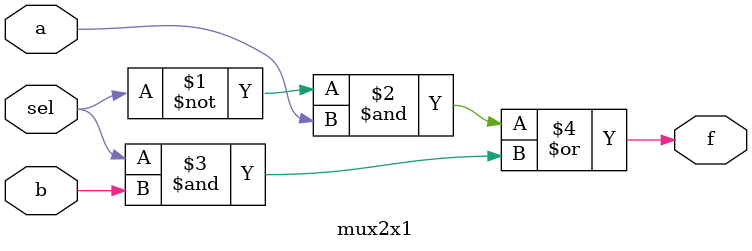
<source format=v>
`timescale 1ns / 1ps


module mux2x1(
    input a, b, sel,
    output f
    );
    
//    assign f = sel ? a : b;
    assign f = (~sel & a) | (sel & b); // gate level m
endmodule

</source>
